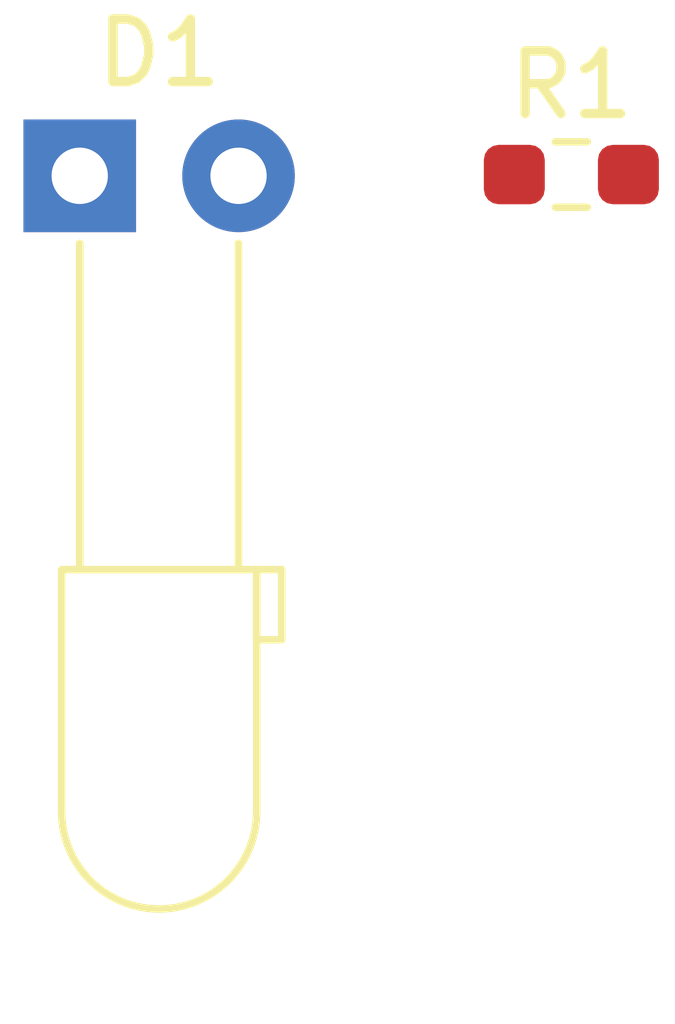
<source format=kicad_pcb>
(kicad_pcb (version 20240108) (generator "pcbnew") (generator_version "8.0")
  (layers (0 "F.Cu" signal) (31 "B.Cu" signal) (34 "B.Paste" user) (35 "F.Paste" user) (36 "B.SilkS" user "B.Silkscreen") (37 "F.SilkS" user "F.Silkscreen") (38 "B.Mask" user) (39 "F.Mask" user) (44 "Edge.Cuts" user))
  (net 0 "")
  (net 1 "0V5")
  (net 2 "Net-(D1-A)")
  (net 3 "5V")
  (footprint "LED_THT:LED_D3.0mm_Horizontal_O6.35mm_Z10.0mm" (layer "F.Cu") (at 144.1375 64.52)
    (property "Reference" "D1" (at 1.27 -1.96 0) (layer "F.SilkS"))
    (property "Value" "LED")
    (fp_line (start -0.29 6.29) (end -0.29 10.15) (stroke (width 0.12)) (layer "F.SilkS"))
    (fp_line (start -0.29 6.29) (end 2.83 6.29) (stroke (width 0.12)) (layer "F.SilkS"))
    (fp_line (start 0 1.08) (end 0 1.08) (stroke (width 0.12)) (layer "F.SilkS"))
    (fp_line (start 0 1.08) (end 0 6.29) (stroke (width 0.12)) (layer "F.SilkS"))
    (fp_line (start 0 6.29) (end 0 1.08) (stroke (width 0.12)) (layer "F.SilkS"))
    (fp_line (start 0 6.29) (end 0 6.29) (stroke (width 0.12)) (layer "F.SilkS"))
    (fp_line (start 2.54 1.08) (end 2.54 1.08) (stroke (width 0.12)) (layer "F.SilkS"))
    (fp_line (start 2.54 1.08) (end 2.54 6.29) (stroke (width 0.12)) (layer "F.SilkS"))
    (fp_line (start 2.54 6.29) (end 2.54 1.08) (stroke (width 0.12)) (layer "F.SilkS"))
    (fp_line (start 2.54 6.29) (end 2.54 6.29) (stroke (width 0.12)) (layer "F.SilkS"))
    (fp_line (start 2.83 6.29) (end 2.83 10.15) (stroke (width 0.12)) (layer "F.SilkS"))
    (fp_line (start 2.83 6.29) (end 3.23 6.29) (stroke (width 0.12)) (layer "F.SilkS"))
    (fp_line (start 2.83 7.41) (end 2.83 6.29) (stroke (width 0.12)) (layer "F.SilkS"))
    (fp_line (start 3.23 6.29) (end 3.23 7.41) (stroke (width 0.12)) (layer "F.SilkS"))
    (fp_line (start 3.23 7.41) (end 2.83 7.41) (stroke (width 0.12)) (layer "F.SilkS"))
    (fp_arc (start 2.83 10.15) (mid 1.27 11.71) (end -0.29 10.15) (stroke (width 0.12)) (layer "F.SilkS"))
    (pad "1" thru_hole rect (at 0 0) (size 1.8 1.8) (drill 0.9) (layers "*.Cu" "*.Mask") (net 1 "0V5"))
    (pad "2" thru_hole circle (at 2.54 0) (size 1.8 1.8) (drill 0.9) (layers "*.Cu" "*.Mask") (net 2 "Net-(D1-A)"))
  )
  (footprint "Resistor_SMD:R_0603_1608Metric_Pad0.98x0.95mm_HandSolder" (layer "F.Cu") (at 152 64.5)
    (property "Reference" "R1" (at 0 -1.43 0) (layer "F.SilkS"))
    (property "Value" "470")
    (fp_line (start -0.254724 -0.5225) (end 0.254724 -0.5225) (stroke (width 0.12)) (layer "F.SilkS"))
    (fp_line (start -0.254724 0.5225) (end 0.254724 0.5225) (stroke (width 0.12)) (layer "F.SilkS"))
    (pad "1" smd roundrect (at -0.9125 0) (size 0.975 0.95) (layers "F.Cu" "F.Paste" "F.Mask") (net 3 "5V"))
    (pad "2" smd roundrect (at 0.9125 0) (size 0.975 0.95) (layers "F.Cu" "F.Paste" "F.Mask") (net 2 "Net-(D1-A)"))
  )
)
</source>
